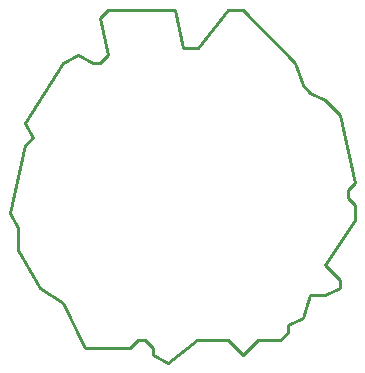
<source format=gbr>
G04 EAGLE Gerber RS-274X export*
G75*
%MOMM*%
%FSLAX34Y34*%
%LPD*%
%IN*%
%IPPOS*%
%AMOC8*
5,1,8,0,0,1.08239X$1,22.5*%
G01*
%ADD10C,0.254000*%


D10*
X38100Y152400D02*
X44450Y139700D01*
X44450Y120650D01*
X63500Y88900D01*
X82550Y76200D01*
X101600Y38100D01*
X139700Y38100D01*
X146050Y44450D01*
X152400Y44450D01*
X158750Y38100D01*
X158750Y31750D01*
X171450Y25400D01*
X196650Y44450D01*
X222250Y44450D01*
X234950Y31750D01*
X247650Y44450D01*
X266700Y44450D01*
X273050Y50800D01*
X273050Y57150D01*
X285750Y63500D01*
X292100Y82550D01*
X304800Y82550D01*
X317500Y88900D01*
X317500Y95250D01*
X304800Y107950D01*
X330200Y146050D01*
X330200Y158750D01*
X323850Y165100D01*
X323850Y171450D01*
X330200Y177800D01*
X317500Y234950D01*
X304800Y247650D01*
X292100Y254000D01*
X285750Y260350D01*
X279400Y279400D01*
X234950Y323850D01*
X222250Y323850D01*
X196850Y292100D01*
X184150Y292100D01*
X177800Y323850D01*
X120650Y323850D01*
X114300Y317500D01*
X120650Y285750D01*
X114300Y279400D01*
X107950Y279400D01*
X95250Y285750D01*
X82550Y279400D01*
X50800Y228600D01*
X57150Y215900D01*
X50800Y209550D01*
X38100Y152400D01*
M02*

</source>
